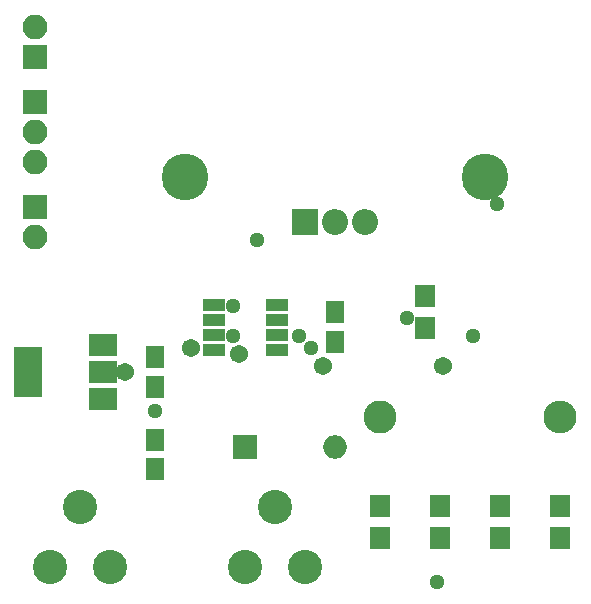
<source format=gts>
G04 #@! TF.FileFunction,Soldermask,Top*
%FSLAX46Y46*%
G04 Gerber Fmt 4.6, Leading zero omitted, Abs format (unit mm)*
G04 Created by KiCad (PCBNEW 4.0.5) date Wed Mar  1 21:50:55 2017*
%MOMM*%
%LPD*%
G01*
G04 APERTURE LIST*
%ADD10C,0.150000*%
%ADD11R,1.650000X1.900000*%
%ADD12R,2.000000X2.000000*%
%ADD13O,2.000000X2.000000*%
%ADD14R,2.100000X2.100000*%
%ADD15O,2.100000X2.100000*%
%ADD16R,2.200000X2.200000*%
%ADD17O,2.200000X2.200000*%
%ADD18R,1.700000X1.900000*%
%ADD19C,2.800000*%
%ADD20O,2.800000X2.800000*%
%ADD21C,2.900000*%
%ADD22R,1.950000X1.000000*%
%ADD23R,2.400000X4.200000*%
%ADD24R,2.400000X1.900000*%
%ADD25C,3.956000*%
%ADD26C,1.289000*%
%ADD27C,1.543000*%
G04 APERTURE END LIST*
D10*
D11*
X137160000Y-73640000D03*
X137160000Y-71140000D03*
X121920000Y-74950000D03*
X121920000Y-77450000D03*
X121920000Y-81935000D03*
X121920000Y-84435000D03*
D12*
X129540000Y-82550000D03*
D13*
X137160000Y-82550000D03*
D14*
X111760000Y-49530000D03*
D15*
X111760000Y-46990000D03*
D14*
X111760000Y-53340000D03*
D15*
X111760000Y-55880000D03*
X111760000Y-58420000D03*
D14*
X111760000Y-62230000D03*
D15*
X111760000Y-64770000D03*
D16*
X134620000Y-63500000D03*
D17*
X137160000Y-63500000D03*
X139700000Y-63500000D03*
D18*
X151130000Y-87550000D03*
X151130000Y-90250000D03*
X156210000Y-87550000D03*
X156210000Y-90250000D03*
X146050000Y-87550000D03*
X146050000Y-90250000D03*
X144780000Y-69770000D03*
X144780000Y-72470000D03*
X140970000Y-87550000D03*
X140970000Y-90250000D03*
D19*
X140970000Y-80010000D03*
D20*
X156210000Y-80010000D03*
D21*
X132040000Y-87670000D03*
X134540000Y-92710000D03*
X129540000Y-92710000D03*
X115530000Y-87670000D03*
X118030000Y-92710000D03*
X113030000Y-92710000D03*
D22*
X132240000Y-74295000D03*
X132240000Y-73025000D03*
X132240000Y-71755000D03*
X132240000Y-70485000D03*
X126840000Y-70485000D03*
X126840000Y-71755000D03*
X126840000Y-73025000D03*
X126840000Y-74295000D03*
D23*
X111150000Y-76200000D03*
D24*
X117450000Y-76200000D03*
X117450000Y-73900000D03*
X117450000Y-78500000D03*
D25*
X149860000Y-59690000D03*
X124460000Y-59690000D03*
D26*
X121920000Y-79502000D03*
X150876000Y-61976000D03*
X130556000Y-65024000D03*
X134112000Y-73152000D03*
X148844000Y-73152000D03*
X135128000Y-74168000D03*
X128524000Y-73152000D03*
X145796000Y-93980000D03*
X143256000Y-71628000D03*
X128524000Y-70612000D03*
D27*
X146304000Y-75692000D03*
X136144000Y-75692000D03*
X129032000Y-74676000D03*
X124968000Y-74168000D03*
X119380000Y-76200000D03*
M02*

</source>
